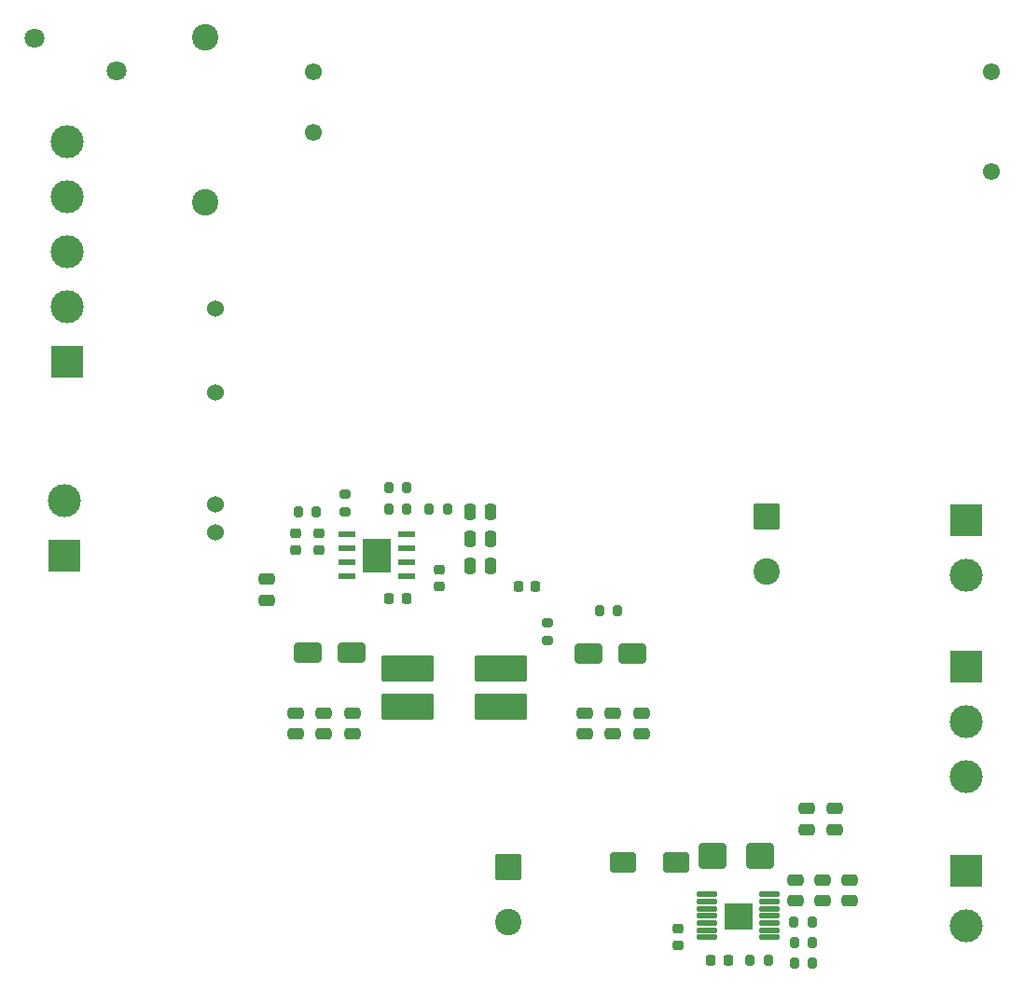
<source format=gbr>
%TF.GenerationSoftware,KiCad,Pcbnew,9.0.2*%
%TF.CreationDate,2025-06-19T15:47:43+12:00*%
%TF.ProjectId,ES-Speed-Box-Power,45532d53-7065-4656-942d-426f782d506f,rev?*%
%TF.SameCoordinates,Original*%
%TF.FileFunction,Soldermask,Top*%
%TF.FilePolarity,Negative*%
%FSLAX46Y46*%
G04 Gerber Fmt 4.6, Leading zero omitted, Abs format (unit mm)*
G04 Created by KiCad (PCBNEW 9.0.2) date 2025-06-19 15:47:43*
%MOMM*%
%LPD*%
G01*
G04 APERTURE LIST*
G04 Aperture macros list*
%AMRoundRect*
0 Rectangle with rounded corners*
0 $1 Rounding radius*
0 $2 $3 $4 $5 $6 $7 $8 $9 X,Y pos of 4 corners*
0 Add a 4 corners polygon primitive as box body*
4,1,4,$2,$3,$4,$5,$6,$7,$8,$9,$2,$3,0*
0 Add four circle primitives for the rounded corners*
1,1,$1+$1,$2,$3*
1,1,$1+$1,$4,$5*
1,1,$1+$1,$6,$7*
1,1,$1+$1,$8,$9*
0 Add four rect primitives between the rounded corners*
20,1,$1+$1,$2,$3,$4,$5,0*
20,1,$1+$1,$4,$5,$6,$7,0*
20,1,$1+$1,$6,$7,$8,$9,0*
20,1,$1+$1,$8,$9,$2,$3,0*%
G04 Aperture macros list end*
%ADD10C,0.010000*%
%ADD11RoundRect,0.250000X0.475000X-0.250000X0.475000X0.250000X-0.475000X0.250000X-0.475000X-0.250000X0*%
%ADD12RoundRect,0.225000X0.225000X0.250000X-0.225000X0.250000X-0.225000X-0.250000X0.225000X-0.250000X0*%
%ADD13RoundRect,0.225000X-0.250000X0.225000X-0.250000X-0.225000X0.250000X-0.225000X0.250000X0.225000X0*%
%ADD14RoundRect,0.250000X-0.475000X0.250000X-0.475000X-0.250000X0.475000X-0.250000X0.475000X0.250000X0*%
%ADD15RoundRect,0.250000X-0.250000X-0.475000X0.250000X-0.475000X0.250000X0.475000X-0.250000X0.475000X0*%
%ADD16R,3.000000X3.000000*%
%ADD17C,3.000000*%
%ADD18RoundRect,0.200000X0.200000X0.275000X-0.200000X0.275000X-0.200000X-0.275000X0.200000X-0.275000X0*%
%ADD19RoundRect,0.225000X-0.225000X-0.250000X0.225000X-0.250000X0.225000X0.250000X-0.225000X0.250000X0*%
%ADD20R,1.550000X0.600000*%
%ADD21R,2.600000X3.100000*%
%ADD22C,2.400000*%
%ADD23RoundRect,0.228000X-0.959000X-0.684000X0.959000X-0.684000X0.959000X0.684000X-0.959000X0.684000X0*%
%ADD24RoundRect,0.200000X-0.200000X-0.275000X0.200000X-0.275000X0.200000X0.275000X-0.200000X0.275000X0*%
%ADD25RoundRect,0.250001X-0.949999X0.949999X-0.949999X-0.949999X0.949999X-0.949999X0.949999X0.949999X0*%
%ADD26RoundRect,0.200000X-0.275000X0.200000X-0.275000X-0.200000X0.275000X-0.200000X0.275000X0.200000X0*%
%ADD27RoundRect,0.250000X1.000000X0.650000X-1.000000X0.650000X-1.000000X-0.650000X1.000000X-0.650000X0*%
%ADD28RoundRect,0.102000X-0.800000X-0.150000X0.800000X-0.150000X0.800000X0.150000X-0.800000X0.150000X0*%
%ADD29C,1.524000*%
%ADD30C,1.549400*%
%ADD31C,1.800000*%
%ADD32RoundRect,0.102000X2.250000X-1.075000X2.250000X1.075000X-2.250000X1.075000X-2.250000X-1.075000X0*%
%ADD33RoundRect,0.250000X1.000000X0.900000X-1.000000X0.900000X-1.000000X-0.900000X1.000000X-0.900000X0*%
G04 APERTURE END LIST*
D10*
%TO.C,U200*%
X114030000Y-123780000D02*
X111570000Y-123780000D01*
X111570000Y-121470000D01*
X114030000Y-121470000D01*
X114030000Y-123780000D01*
G36*
X114030000Y-123780000D02*
G01*
X111570000Y-123780000D01*
X111570000Y-121470000D01*
X114030000Y-121470000D01*
X114030000Y-123780000D01*
G37*
%TD*%
D11*
%TO.C,C12*%
X77800000Y-106099997D03*
X77800000Y-104199999D03*
%TD*%
D12*
%TO.C,C7*%
X82675000Y-93800000D03*
X81125000Y-93800000D03*
%TD*%
D13*
%TO.C,C9*%
X74700000Y-87889998D03*
X74700000Y-89439998D03*
%TD*%
D14*
%TO.C,C205*%
X118025000Y-119375002D03*
X118025000Y-121275000D03*
%TD*%
%TO.C,C11*%
X98900000Y-104200000D03*
X98900000Y-106099998D03*
%TD*%
D15*
%TO.C,C4*%
X88450000Y-90864998D03*
X90350000Y-90864998D03*
%TD*%
D16*
%TO.C,J1*%
X51850000Y-72345000D03*
D17*
X51850000Y-67345000D03*
X51850000Y-62345000D03*
X51850000Y-57345000D03*
X51850000Y-52345000D03*
%TD*%
D15*
%TO.C,C3*%
X88450000Y-88364998D03*
X90350000Y-88364998D03*
%TD*%
D14*
%TO.C,C6*%
X70000000Y-92050001D03*
X70000000Y-93949999D03*
%TD*%
D18*
%TO.C,R5*%
X82725000Y-85714998D03*
X81075000Y-85714998D03*
%TD*%
D13*
%TO.C,C8*%
X72600000Y-87889998D03*
X72600000Y-89439998D03*
%TD*%
D19*
%TO.C,C10*%
X92825000Y-92700000D03*
X94375000Y-92700000D03*
%TD*%
D16*
%TO.C,J4*%
X133492500Y-86662500D03*
D17*
X133492500Y-91662500D03*
%TD*%
D18*
%TO.C,R6*%
X74525000Y-85964998D03*
X72875000Y-85964998D03*
%TD*%
D20*
%TO.C,U2*%
X82700000Y-91819998D03*
X82700000Y-90549998D03*
X82700000Y-89279998D03*
X82700000Y-88009998D03*
X77300000Y-88009998D03*
X77300000Y-89279998D03*
X77300000Y-90549998D03*
X77300000Y-91819998D03*
D21*
X80000000Y-89914998D03*
%TD*%
D16*
%TO.C,J5*%
X133500000Y-118500000D03*
D17*
X133500000Y-123500000D03*
%TD*%
D22*
%TO.C,C1*%
X64450000Y-57807500D03*
X64450000Y-42807500D03*
%TD*%
D23*
%TO.C,L200*%
X102310000Y-117775000D03*
X107150000Y-117775000D03*
%TD*%
D24*
%TO.C,R203*%
X117900000Y-126925000D03*
X119550000Y-126925000D03*
%TD*%
D25*
%TO.C,C208*%
X91900000Y-118200000D03*
D22*
X91900000Y-123200000D03*
%TD*%
D24*
%TO.C,R200*%
X117875000Y-123175000D03*
X119525000Y-123175000D03*
%TD*%
D26*
%TO.C,R8*%
X95450000Y-96000000D03*
X95450000Y-97650000D03*
%TD*%
D27*
%TO.C,D2*%
X103200000Y-98800000D03*
X99200000Y-98800000D03*
%TD*%
D18*
%TO.C,R202*%
X119550000Y-125075000D03*
X117900000Y-125075000D03*
%TD*%
D26*
%TO.C,R7*%
X77100000Y-84314998D03*
X77100000Y-85964998D03*
%TD*%
D14*
%TO.C,C202*%
X121550000Y-112875001D03*
X121550000Y-114774999D03*
%TD*%
D28*
%TO.C,U200*%
X110000000Y-120675000D03*
X110000000Y-121325000D03*
X110000000Y-121975000D03*
X110000000Y-122625000D03*
X110000000Y-123275000D03*
X110000000Y-123925000D03*
X110000000Y-124575000D03*
X115600000Y-124575000D03*
X115600000Y-123925000D03*
X115600000Y-123275000D03*
X115600000Y-122625000D03*
X115600000Y-121975000D03*
X115600000Y-121325000D03*
X115600000Y-120675000D03*
%TD*%
D27*
%TO.C,D1*%
X77700000Y-98699998D03*
X73700000Y-98699998D03*
%TD*%
D29*
%TO.C,S1*%
X65304100Y-67462300D03*
X65304100Y-75082300D03*
X65304100Y-85242300D03*
X65304100Y-87782300D03*
%TD*%
D25*
%TO.C,C200*%
X115400000Y-86384785D03*
D22*
X115400000Y-91384785D03*
%TD*%
D13*
%TO.C,C203*%
X107350000Y-123750000D03*
X107350000Y-125300000D03*
%TD*%
D18*
%TO.C,R201*%
X115525000Y-126625000D03*
X113875000Y-126625000D03*
%TD*%
D30*
%TO.C,U1*%
X74249998Y-46005501D03*
X74249998Y-51505501D03*
X135750002Y-55005501D03*
X135750002Y-46005501D03*
%TD*%
D18*
%TO.C,R3*%
X86425000Y-85714998D03*
X84775000Y-85714998D03*
%TD*%
D14*
%TO.C,C13*%
X101450000Y-104200000D03*
X101450000Y-106099998D03*
%TD*%
D15*
%TO.C,C2*%
X88450000Y-85964998D03*
X90350000Y-85964998D03*
%TD*%
D31*
%TO.C,RV1*%
X56400000Y-45857500D03*
X48900000Y-42957500D03*
%TD*%
D14*
%TO.C,C207*%
X122900000Y-119375002D03*
X122900000Y-121275000D03*
%TD*%
D13*
%TO.C,C5*%
X85700000Y-91164998D03*
X85700000Y-92714998D03*
%TD*%
D16*
%TO.C,J2*%
X51636600Y-89932300D03*
D17*
X51636600Y-84932300D03*
%TD*%
D11*
%TO.C,C16*%
X72600000Y-106099997D03*
X72600000Y-104199999D03*
%TD*%
D18*
%TO.C,R4*%
X82725000Y-83764998D03*
X81075000Y-83764998D03*
%TD*%
D11*
%TO.C,C14*%
X75200000Y-106099997D03*
X75200000Y-104199999D03*
%TD*%
D16*
%TO.C,J3*%
X133492500Y-100000000D03*
D17*
X133492500Y-105000000D03*
X133492500Y-110000000D03*
%TD*%
D32*
%TO.C,L1*%
X82750000Y-103614998D03*
X82750000Y-100184998D03*
X91250000Y-100184998D03*
X91250000Y-103614998D03*
%TD*%
D14*
%TO.C,C201*%
X119050000Y-112875001D03*
X119050000Y-114774999D03*
%TD*%
%TO.C,C15*%
X104000000Y-104200000D03*
X104000000Y-106099998D03*
%TD*%
D33*
%TO.C,D200*%
X114800001Y-117225000D03*
X110499999Y-117225000D03*
%TD*%
D14*
%TO.C,C206*%
X120500000Y-119375002D03*
X120500000Y-121275000D03*
%TD*%
D24*
%TO.C,R9*%
X100200000Y-94900000D03*
X101850000Y-94900000D03*
%TD*%
D12*
%TO.C,C204*%
X111875000Y-126625000D03*
X110325000Y-126625000D03*
%TD*%
M02*

</source>
